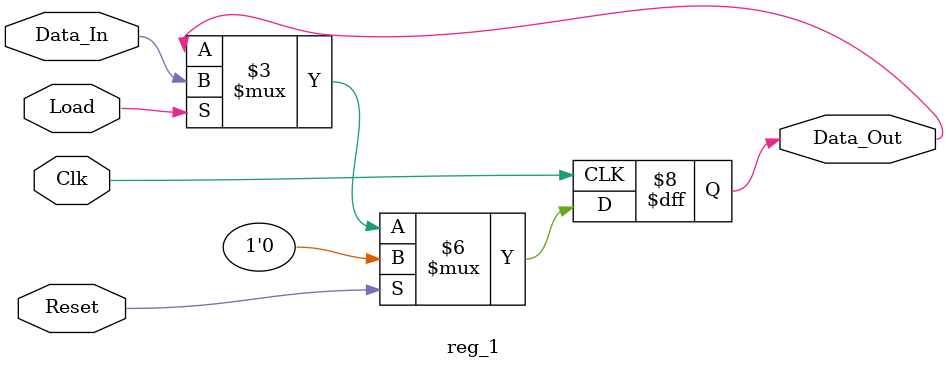
<source format=sv>
module reg_1 (
					input  logic Clk, Reset, Load,
					input  logic Data_In,
					output logic Data_Out
					);

    always_ff @ (posedge Clk)
    begin
	 	 if (Reset) //notice, this is a sycnrhonous reset, which is recommended on the FPGA
				Data_Out <= 16'h0;
		 else if (Load)
				Data_Out <= Data_In;
		 else
				Data_Out <= Data_Out;
    end
	
endmodule
</source>
